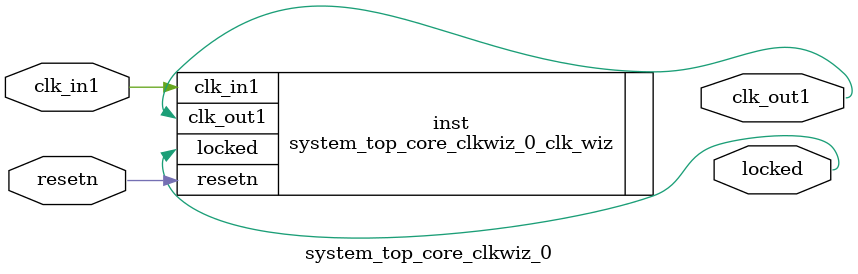
<source format=v>


`timescale 1ps/1ps

(* CORE_GENERATION_INFO = "system_top_core_clkwiz_0,clk_wiz_v6_0_1_0_0,{component_name=system_top_core_clkwiz_0,use_phase_alignment=true,use_min_o_jitter=false,use_max_i_jitter=false,use_dyn_phase_shift=false,use_inclk_switchover=false,use_dyn_reconfig=false,enable_axi=0,feedback_source=FDBK_AUTO,PRIMITIVE=MMCM,num_out_clk=1,clkin1_period=10.000,clkin2_period=10.000,use_power_down=false,use_reset=true,use_locked=true,use_inclk_stopped=false,feedback_type=SINGLE,CLOCK_MGR_TYPE=NA,manual_override=false}" *)

module system_top_core_clkwiz_0 
 (
  // Clock out ports
  output        clk_out1,
  // Status and control signals
  input         resetn,
  output        locked,
 // Clock in ports
  input         clk_in1
 );

  system_top_core_clkwiz_0_clk_wiz inst
  (
  // Clock out ports  
  .clk_out1(clk_out1),
  // Status and control signals               
  .resetn(resetn), 
  .locked(locked),
 // Clock in ports
  .clk_in1(clk_in1)
  );

endmodule

</source>
